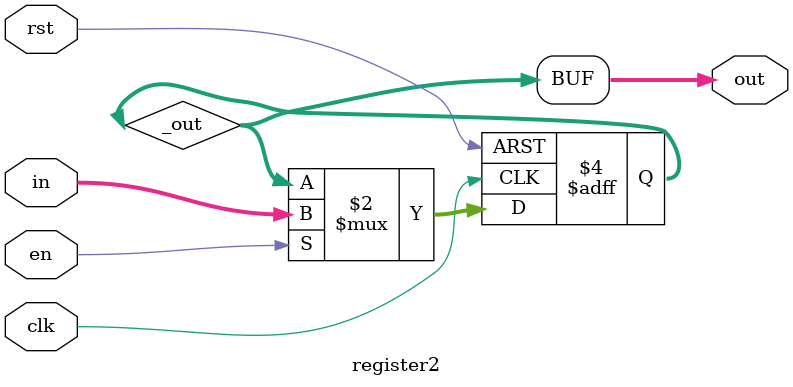
<source format=sv>
`timescale 1ns/1ns
module register1(input clk, rst, input[31:0] in, output[31:0] out);
  logic[31:0] _out;
  always @(posedge clk, posedge rst) begin
    if(rst)
      _out <= 32'b0;
    else
    _out <= in;
  end
  assign out = _out;
endmodule

module register2(input clk, rst, en, input[31:0] in, output[31:0] out);
  logic[31:0] _out;
  always @(posedge clk, posedge rst) begin
    if(rst)
      _out <= 32'b0;
    else if (en)
    _out <= in;
  end
  assign out = _out;
endmodule
</source>
